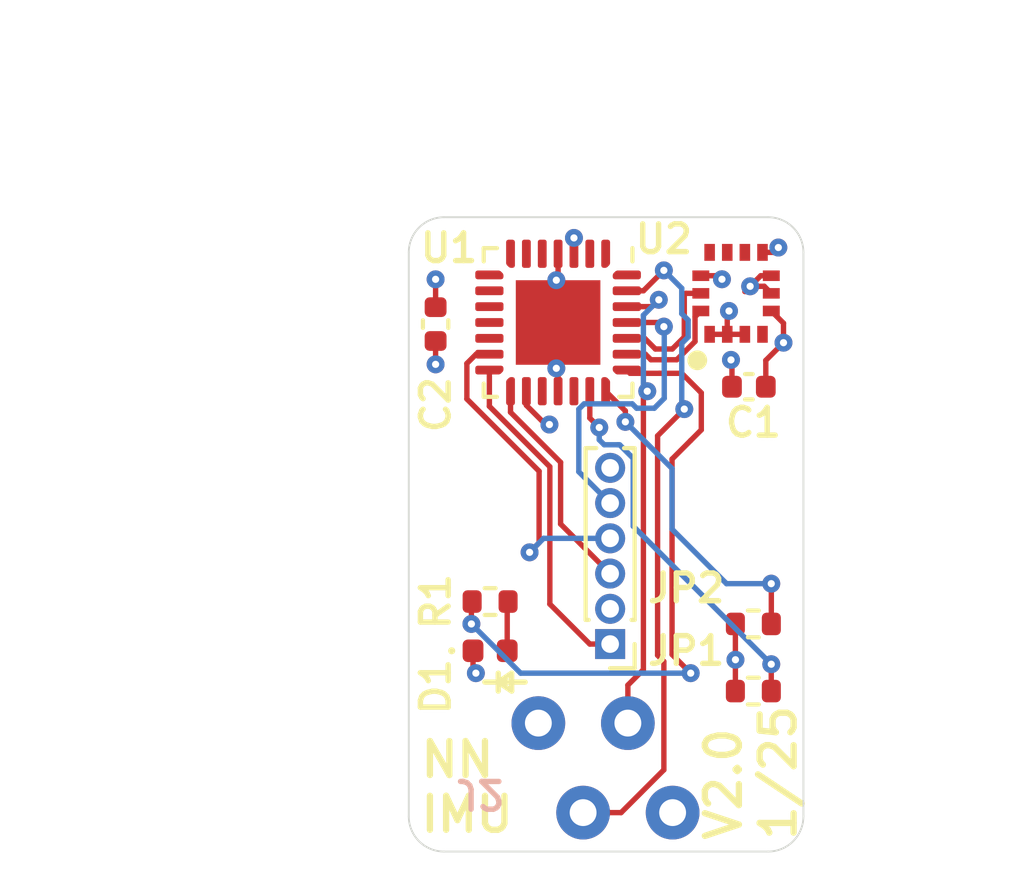
<source format=kicad_pcb>
(kicad_pcb (version 20240108) (generator "pcbnew") (generator_version "8.0")
  (layers (0 "F.Cu" signal) (1 "In1.Cu" signal) (2 "In2.Cu" signal) (31 "B.Cu" signal) (34 "B.Paste" user) (35 "F.Paste" user) (36 "B.SilkS" user "B.Silkscreen") (37 "F.SilkS" user "F.Silkscreen") (38 "B.Mask" user) (39 "F.Mask" user) (44 "Edge.Cuts" user))
  (net 0 "")
  (net 1 "VCC")
  (net 2 "GND")
  (net 3 "/nRESET")
  (net 4 "Net-(D1-A)")
  (net 5 "/TXD")
  (net 6 "/RXD")
  (net 7 "/MISO")
  (net 12 "/SCK")
  (net 13 "/MOSI")
  (net 14 "Net-(JP1-A)")
  (net 15 "Net-(JP2-A)")
  (net 16 "/SCL")
  (net 17 "/SDA")
  (net 18 "Net-(U1-PC3)")
  (footprint "Capacitor_SMD:C_0402_1005Metric" (layer "F.Cu") (at 51.181 60.198 90)
    (property "Reference" "C2" (at -2.286 0 90) (layer "F.SilkS") (effects (font (size 0.7874 0.7874) (thickness 0.1524))))
    (property "Value" "0.1uF" (hide yes))
    (fp_line (start -0.107836 -0.36) (end 0.107836 -0.36) (stroke (width 0.12)) (layer "F.SilkS"))
    (fp_line (start -0.107836 0.36) (end 0.107836 0.36) (stroke (width 0.12)) (layer "F.SilkS"))
    (pad "1" smd roundrect (at -0.48 0 90) (size 0.56 0.62) (layers "F.Cu" "F.Paste" "F.Mask") (net 1 "VCC"))
    (pad "2" smd roundrect (at 0.48 0 90) (size 0.56 0.62) (layers "F.Cu" "F.Paste" "F.Mask") (net 2 "GND"))
  )
  (footprint "my_AVR:QFN-28-1EP_4x4mm_P0.45mm_EP2.4x2.4mm" (layer "F.Cu") (at 54.657 60.153 -90)
    (property "Reference" "U1" (at -2.114 3.095 180) (layer "F.SilkS") (effects (font (size 0.7874 0.7874) (thickness 0.1524))))
    (property "Value" "ATmega168A-MM" (hide yes))
    (fp_line (start -2.11 2.11) (end -2.11 1.735) (stroke (width 0.12)) (layer "F.SilkS"))
    (fp_line (start -1.735 2.11) (end -2.11 2.11) (stroke (width 0.12)) (layer "F.SilkS"))
    (fp_line (start 1.735 2.11) (end 2.11 2.11) (stroke (width 0.12)) (layer "F.SilkS"))
    (fp_line (start 2.11 2.11) (end 2.11 1.735) (stroke (width 0.12)) (layer "F.SilkS"))
    (fp_line (start -1.735 -2.11) (end -2.11 -2.11) (stroke (width 0.12)) (layer "F.SilkS"))
    (fp_line (start 1.735 -2.11) (end 2.11 -2.11) (stroke (width 0.12)) (layer "F.SilkS"))
    (fp_line (start 2.11 -2.11) (end 2.11 -1.735) (stroke (width 0.12)) (layer "F.SilkS"))
    (pad "1" smd custom (at -1.95 -1.35 270) (size 0.179289 0.179289) (layers "F.Cu" "F.Paste" "F.Mask") (options (clearance outline) (anchor circle)) (primitives (gr_poly (pts (xy 0.3375 0.000888) (xy 0.3375 0.0625) (xy -0.3375 0.0625) (xy -0.3375 -0.0625) (xy 0.274112 -0.0625)) (width 0.125) (fill yes))))
    (pad "2" smd roundrect (at -1.95 -0.9 270) (size 0.8 0.25) (layers "F.Cu" "F.Paste" "F.Mask"))
    (pad "3" smd roundrect (at -1.95 -0.45 270) (size 0.8 0.25) (layers "F.Cu" "F.Paste" "F.Mask") (net 1 "VCC"))
    (pad "4" smd roundrect (at -1.95 0 270) (size 0.8 0.25) (layers "F.Cu" "F.Paste" "F.Mask") (net 2 "GND"))
    (pad "5" smd roundrect (at -1.95 0.45 270) (size 0.8 0.25) (layers "F.Cu" "F.Paste" "F.Mask"))
    (pad "6" smd roundrect (at -1.95 0.9 270) (size 0.8 0.25) (layers "F.Cu" "F.Paste" "F.Mask"))
    (pad "7" smd custom (at -1.95 1.35 270) (size 0.179289 0.179289) (layers "F.Cu" "F.Paste" "F.Mask") (options (clearance outline) (anchor circle)) (primitives (gr_poly (pts (xy 0.3375 -0.000888) (xy 0.274112 0.0625) (xy -0.3375 0.0625) (xy -0.3375 -0.0625) (xy 0.3375 -0.0625)) (width 0.125) (fill yes))))
    (pad "8" smd custom (at -1.35 1.95 270) (size 0.179289 0.179289) (layers "F.Cu" "F.Paste" "F.Mask") (options (clearance outline) (anchor circle)) (primitives (gr_poly (pts (xy 0.0625 0.3375) (xy -0.0625 0.3375) (xy -0.0625 -0.274112) (xy 0.000888 -0.3375) (xy 0.0625 -0.3375)) (width 0.125) (fill yes))))
    (pad "9" smd roundrect (at -0.9 1.95 270) (size 0.25 0.8) (layers "F.Cu" "F.Paste" "F.Mask"))
    (pad "10" smd roundrect (at -0.45 1.95 270) (size 0.25 0.8) (layers "F.Cu" "F.Paste" "F.Mask"))
    (pad "11" smd roundrect (at 0 1.95 270) (size 0.25 0.8) (layers "F.Cu" "F.Paste" "F.Mask"))
    (pad "12" smd roundrect (at 0.45 1.95 270) (size 0.25 0.8) (layers "F.Cu" "F.Paste" "F.Mask"))
    (pad "13" smd roundrect (at 0.9 1.95 270) (size 0.25 0.8) (layers "F.Cu" "F.Paste" "F.Mask") (net 13 "/MOSI"))
    (pad "14" smd custom (at 1.35 1.95 270) (size 0.179289 0.179289) (layers "F.Cu" "F.Paste" "F.Mask") (net 7 "/MISO") (options (clearance outline) (anchor circle)) (primitives (gr_poly (pts (xy 0.0625 -0.274112) (xy 0.0625 0.3375) (xy -0.0625 0.3375) (xy -0.0625 -0.3375) (xy -0.000888 -0.3375)) (width 0.125) (fill yes))))
    (pad "15" smd custom (at 1.95 1.35 270) (size 0.179289 0.179289) (layers "F.Cu" "F.Paste" "F.Mask") (net 12 "/SCK") (options (clearance outline) (anchor circle)) (primitives (gr_poly (pts (xy 0.3375 0.0625) (xy -0.274112 0.0625) (xy -0.3375 -0.000888) (xy -0.3375 -0.0625) (xy 0.3375 -0.0625)) (width 0.125) (fill yes))))
    (pad "16" smd roundrect (at 1.95 0.9 270) (size 0.8 0.25) (layers "F.Cu" "F.Paste" "F.Mask") (net 1 "VCC"))
    (pad "17" smd roundrect (at 1.95 0.45 270) (size 0.8 0.25) (layers "F.Cu" "F.Paste" "F.Mask"))
    (pad "18" smd roundrect (at 1.95 0 270) (size 0.8 0.25) (layers "F.Cu" "F.Paste" "F.Mask") (net 2 "GND"))
    (pad "19" smd roundrect (at 1.95 -0.45 270) (size 0.8 0.25) (layers "F.Cu" "F.Paste" "F.Mask"))
    (pad "20" smd roundrect (at 1.95 -0.9 270) (size 0.8 0.25) (layers "F.Cu" "F.Paste" "F.Mask") (net 14 "Net-(JP1-A)"))
    (pad "21" smd custom (at 1.95 -1.35 270) (size 0.179289 0.179289) (layers "F.Cu" "F.Paste" "F.Mask") (net 15 "Net-(JP2-A)") (options (clearance outline) (anchor circle)) (primitives (gr_poly (pts (xy 0.3375 0.0625) (xy -0.3375 0.0625) (xy -0.3375 0.000888) (xy -0.274112 -0.0625) (xy 0.3375 -0.0625)) (width 0.125) (fill yes))))
    (pad "22" smd custom (at 1.35 -1.95 270) (size 0.179289 0.179289) (layers "F.Cu" "F.Paste" "F.Mask") (net 18 "Net-(U1-PC3)") (options (clearance outline) (anchor circle)) (primitives (gr_poly (pts (xy 0.0625 0.274112) (xy -0.000888 0.3375) (xy -0.0625 0.3375) (xy -0.0625 -0.3375) (xy 0.0625 -0.3375)) (width 0.125) (fill yes))))
    (pad "23" smd roundrect (at 0.9 -1.95 270) (size 0.25 0.8) (layers "F.Cu" "F.Paste" "F.Mask") (net 17 "/SDA"))
    (pad "24" smd roundrect (at 0.45 -1.95 270) (size 0.25 0.8) (layers "F.Cu" "F.Paste" "F.Mask") (net 16 "/SCL"))
    (pad "25" smd roundrect (at 0 -1.95 270) (size 0.25 0.8) (layers "F.Cu" "F.Paste" "F.Mask") (net 3 "/nRESET"))
    (pad "26" smd roundrect (at -0.45 -1.95 270) (size 0.25 0.8) (layers "F.Cu" "F.Paste" "F.Mask") (net 6 "/RXD"))
    (pad "27" smd roundrect (at -0.9 -1.95 270) (size 0.25 0.8) (layers "F.Cu" "F.Paste" "F.Mask") (net 5 "/TXD"))
    (pad "28" smd custom (at -1.35 -1.95 270) (size 0.179289 0.179289) (layers "F.Cu" "F.Paste" "F.Mask") (options (clearance outline) (anchor circle)) (primitives (gr_poly (pts (xy 0.0625 0.3375) (xy 0.000888 0.3375) (xy -0.0625 0.274112) (xy -0.0625 -0.3375) (xy 0.0625 -0.3375)) (width 0.125) (fill yes))))
    (pad "29" smd rect (at 0 0 270) (size 2.4 2.4) (layers "F.Cu" "F.Mask") (net 2 "GND"))
  )
  (footprint "LED_SMD:LED_0402_1005Metric" (layer "F.Cu") (at 52.728 69.469)
    (property "Reference" "D1" (at -1.547 1.016 90) (layer "F.SilkS") (effects (font (size 0.7874 0.7874) (thickness 0.1524))))
    (property "Value" "LED" (hide yes))
    (fp_circle (center -1.09 0) (end -1.04 0) (stroke (width 0.1)) (fill none) (layer "F.SilkS"))
    (pad "1" smd roundrect (at -0.485 0) (size 0.59 0.64) (layers "F.Cu" "F.Paste" "F.Mask") (net 2 "GND"))
    (pad "2" smd roundrect (at 0.485 0) (size 0.59 0.64) (layers "F.Cu" "F.Paste" "F.Mask") (net 4 "Net-(D1-A)"))
  )
  (footprint "models:LGA-14L" (layer "F.Cu") (at 59.707 59.326 90)
    (property "Reference" "U2" (at 1.541 -2.049 180) (layer "F.SilkS") (effects (font (size 0.7874 0.7874) (thickness 0.1524))))
    (property "Value" "ISM330DHCX" (hide yes))
    (fp_circle (center -1.9 -1.1) (end -1.619506 -1.1) (fill solid) (layer "F.SilkS"))
    (pad "P1" smd rect (at -1.1625 -0.75 90) (size 0.48 0.3) (layers "F.Cu" "F.Paste" "F.Mask") (net 2 "GND"))
    (pad "P2" smd rect (at -1.1625 -0.25 90) (size 0.48 0.3) (layers "F.Cu" "F.Paste" "F.Mask") (net 2 "GND"))
    (pad "P3" smd rect (at -1.1625 0.25 90) (size 0.48 0.3) (layers "F.Cu" "F.Paste" "F.Mask") (net 2 "GND"))
    (pad "P4" smd rect (at -1.1625 0.75 90) (size 0.48 0.3) (layers "F.Cu" "F.Paste" "F.Mask"))
    (pad "P5" smd rect (at -0.5 1 90) (size 0.3 0.48) (layers "F.Cu" "F.Paste" "F.Mask") (net 1 "VCC"))
    (pad "P6" smd rect (at 0 1 90) (size 0.3 0.48) (layers "F.Cu" "F.Paste" "F.Mask") (net 2 "GND"))
    (pad "P7" smd rect (at 0.5 1 90) (size 0.3 0.48) (layers "F.Cu" "F.Paste" "F.Mask") (net 2 "GND"))
    (pad "P8" smd rect (at 1.1625 0.75 270) (size 0.48 0.3) (layers "F.Cu" "F.Paste" "F.Mask") (net 1 "VCC"))
    (pad "P9" smd rect (at 1.1625 0.25 270) (size 0.48 0.3) (layers "F.Cu" "F.Paste" "F.Mask"))
    (pad "P10" smd rect (at 1.1625 -0.25 270) (size 0.48 0.3) (layers "F.Cu" "F.Paste" "F.Mask"))
    (pad "P11" smd rect (at 1.1625 -0.75 270) (size 0.48 0.3) (layers "F.Cu" "F.Paste" "F.Mask"))
    (pad "P12" smd rect (at 0.5 -1 270) (size 0.3 0.48) (layers "F.Cu" "F.Paste" "F.Mask") (net 1 "VCC"))
    (pad "P13" smd rect (at 0 -1 270) (size 0.3 0.48) (layers "F.Cu" "F.Paste" "F.Mask") (net 16 "/SCL"))
    (pad "P14" smd rect (at -0.5 -1 270) (size 0.3 0.48) (layers "F.Cu" "F.Paste" "F.Mask") (net 17 "/SDA"))
  )
  (footprint "Resistor_SMD:R_0402_1005Metric" (layer "F.Cu") (at 52.728 68.072)
    (property "Reference" "R1" (at -1.547 0 90) (layer "F.SilkS") (effects (font (size 0.7874 0.7874) (thickness 0.1524))))
    (property "Value" "680" (hide yes))
    (fp_line (start -0.153641 -0.38) (end 0.153641 -0.38) (stroke (width 0.12)) (layer "F.SilkS"))
    (fp_line (start -0.153641 0.38) (end 0.153641 0.38) (stroke (width 0.12)) (layer "F.SilkS"))
    (pad "1" smd roundrect (at -0.51 0) (size 0.54 0.64) (layers "F.Cu" "F.Paste" "F.Mask") (net 18 "Net-(U1-PC3)"))
    (pad "2" smd roundrect (at 0.51 0) (size 0.54 0.64) (layers "F.Cu" "F.Paste" "F.Mask") (net 4 "Net-(D1-A)"))
  )
  (footprint "Resistor_SMD:R_0402_1005Metric" (layer "F.Cu") (at 60.198 70.612 180)
    (property "Reference" "JP1" (at 1.905 1.143 180) (layer "F.SilkS") (effects (font (size 0.7874 0.7874) (thickness 0.1524))))
    (property "Value" "-OMIT-" (hide yes))
    (fp_line (start -0.153641 0.38) (end 0.153641 0.38) (stroke (width 0.12)) (layer "F.SilkS"))
    (fp_line (start -0.153641 -0.38) (end 0.153641 -0.38) (stroke (width 0.12)) (layer "F.SilkS"))
    (pad "1" smd roundrect (at -0.51 0 180) (size 0.54 0.64) (layers "F.Cu" "F.Paste" "F.Mask") (net 14 "Net-(JP1-A)"))
    (pad "2" smd roundrect (at 0.51 0 180) (size 0.54 0.64) (layers "F.Cu" "F.Paste" "F.Mask") (net 2 "GND"))
  )
  (footprint "Resistor_SMD:R_0402_1005Metric" (layer "F.Cu") (at 60.198 68.707 180)
    (property "Reference" "JP2" (at 1.905 1.016 180) (layer "F.SilkS") (effects (font (size 0.7874 0.7874) (thickness 0.1524))))
    (property "Value" "-OMIT-" (hide yes))
    (fp_line (start -0.153641 0.38) (end 0.153641 0.38) (stroke (width 0.12)) (layer "F.SilkS"))
    (fp_line (start -0.153641 -0.38) (end 0.153641 -0.38) (stroke (width 0.12)) (layer "F.SilkS"))
    (pad "1" smd roundrect (at -0.51 0 180) (size 0.54 0.64) (layers "F.Cu" "F.Paste" "F.Mask") (net 15 "Net-(JP2-A)"))
    (pad "2" smd roundrect (at 0.51 0 180) (size 0.54 0.64) (layers "F.Cu" "F.Paste" "F.Mask") (net 2 "GND"))
  )
  (footprint "Connector_PinHeader_1.00mm:PinHeader_1x06_P1.00mm_Vertical" (layer "F.Cu") (at 56.134 69.278 180)
    (property "Reference" "J3" (hide yes))
    (property "Value" "-OMIT-" (hide yes))
    (fp_line (start 0.695 0.685) (end 0.695 5.56) (stroke (width 0.12)) (layer "F.SilkS"))
    (fp_line (start 0.608276 0.685) (end 0.695 0.685) (stroke (width 0.12)) (layer "F.SilkS"))
    (fp_line (start 0.394493 5.56) (end 0.695 5.56) (stroke (width 0.12)) (layer "F.SilkS"))
    (fp_line (start -0.695 5.56) (end -0.394493 5.56) (stroke (width 0.12)) (layer "F.SilkS"))
    (fp_line (start -0.695 0.685) (end -0.608276 0.685) (stroke (width 0.12)) (layer "F.SilkS"))
    (fp_line (start -0.695 0.685) (end -0.695 5.56) (stroke (width 0.12)) (layer "F.SilkS"))
    (fp_line (start -0.695 0) (end -0.695 -0.685) (stroke (width 0.12)) (layer "F.SilkS"))
    (fp_line (start -0.695 -0.685) (end 0 -0.685) (stroke (width 0.12)) (layer "F.SilkS"))
    (pad "1" thru_hole rect (at 0 0 180) (size 0.85 0.85) (drill 0.5) (layers "*.Cu" "*.Mask") (net 7 "/MISO"))
    (pad "2" thru_hole oval (at 0 1 180) (size 0.85 0.85) (drill 0.5) (layers "*.Cu" "*.Mask") (net 1 "VCC"))
    (pad "3" thru_hole oval (at 0 2 180) (size 0.85 0.85) (drill 0.5) (layers "*.Cu" "*.Mask") (net 12 "/SCK"))
    (pad "4" thru_hole oval (at 0 3 180) (size 0.85 0.85) (drill 0.5) (layers "*.Cu" "*.Mask") (net 13 "/MOSI"))
    (pad "5" thru_hole oval (at 0 4 180) (size 0.85 0.85) (drill 0.5) (layers "*.Cu" "*.Mask") (net 3 "/nRESET"))
    (pad "6" thru_hole oval (at 0 5 180) (size 0.85 0.85) (drill 0.5) (layers "*.Cu" "*.Mask") (net 2 "GND"))
  )
  (footprint "Capacitor_SMD:C_0402_1005Metric" (layer "F.Cu") (at 60.071 61.976 180)
    (property "Reference" "C1" (at -0.127 -1.016 0) (layer "F.SilkS") (effects (font (size 0.7874 0.7874) (thickness 0.1524))))
    (property "Value" "0.1uF" (hide yes))
    (fp_line (start -0.107836 0.36) (end 0.107836 0.36) (stroke (width 0.12)) (layer "F.SilkS"))
    (fp_line (start -0.107836 -0.36) (end 0.107836 -0.36) (stroke (width 0.12)) (layer "F.SilkS"))
    (pad "1" smd roundrect (at -0.48 0 180) (size 0.56 0.62) (layers "F.Cu" "F.Paste" "F.Mask") (net 1 "VCC"))
    (pad "2" smd roundrect (at 0.48 0 180) (size 0.56 0.62) (layers "F.Cu" "F.Paste" "F.Mask") (net 2 "GND"))
  )
  (footprint "my_RJ:A-2004-3-4-LP" (layer "B.Cu") (at 54.097 71.521)
    (property "Reference" "J2" (at -1.646 2.012 180) (layer "B.SilkS") (effects (font (size 0.7874 0.7874) (thickness 0.1524)) (justify mirror)))
    (property "Value" "A-2004-3-4-LP-N-R")
    (pad "" np_thru_hole circle (at -1.905 -6.35) (size 3.2 3.2) (drill 3.2) (layers "F&B.Cu" "*.Mask"))
    (pad "" np_thru_hole circle (at 5.72 -6.35) (size 3.2 3.2) (drill 3.2) (layers "F&B.Cu" "*.Mask"))
    (pad "1" thru_hole circle (at 0 0) (size 1.524 1.524) (drill 0.762) (layers "*.Cu" "*.Mask") (net 1 "VCC"))
    (pad "2" thru_hole circle (at 1.27 2.54) (size 1.524 1.524) (drill 0.762) (layers "*.Cu" "*.Mask") (net 5 "/TXD"))
    (pad "3" thru_hole circle (at 2.54 0) (size 1.524 1.524) (drill 0.762) (layers "*.Cu" "*.Mask") (net 6 "/RXD"))
    (pad "4" thru_hole circle (at 3.81 2.54) (size 1.524 1.524) (drill 0.762) (layers "*.Cu" "*.Mask") (net 2 "GND"))
  )
  (gr_line (start 53.34 70.104) (end 53.34 70.612) (stroke (width 0.15)) (layer "F.SilkS"))
  (gr_line (start 52.959 70.358) (end 53.34 70.104) (stroke (width 0.15)) (layer "F.SilkS"))
  (gr_line (start 52.959 70.104) (end 52.959 70.612) (stroke (width 0.15)) (layer "F.SilkS"))
  (gr_line (start 53.721 70.358) (end 52.578 70.358) (stroke (width 0.15)) (layer "F.SilkS"))
  (gr_line (start 53.34 70.612) (end 52.959 70.358) (stroke (width 0.15)) (layer "F.SilkS"))
  (gr_arc (start 51.419 75.166) (mid 50.711893 74.873107) (end 50.419 74.166) (stroke (width 0.0508)) (layer "Edge.Cuts"))
  (gr_line (start 61.619 74.166) (end 61.619 58.166) (stroke (width 0.0508)) (layer "Edge.Cuts"))
  (gr_arc (start 50.419 58.166) (mid 50.711893 57.458893) (end 51.419 57.166) (stroke (width 0.0508)) (layer "Edge.Cuts"))
  (gr_arc (start 61.619 74.166) (mid 61.326107 74.873107) (end 60.619 75.166) (stroke (width 0.0508)) (layer "Edge.Cuts"))
  (gr_line (start 60.619 57.166) (end 51.419 57.166) (stroke (width 0.0508)) (layer "Edge.Cuts"))
  (gr_line (start 50.419 58.166) (end 50.419 74.166) (stroke (width 0.0508)) (layer "Edge.Cuts"))
  (gr_line (start 51.419 75.166) (end 60.619 75.166) (stroke (width 0.0508)) (layer "Edge.Cuts"))
  (gr_arc (start 60.619 57.166) (mid 61.326107 57.458893) (end 61.619 58.166) (stroke (width 0.0508)) (layer "Edge.Cuts"))
  (gr_text "V2.0\n1/25" (at 61.468 74.93 90) (layer "F.SilkS") (effects (font (size 0.9652 0.9652) (thickness 0.1778) (bold yes)) (justify left bottom)))
  (gr_text "NN\nIMU" (at 50.673 74.676 0) (layer "F.SilkS") (effects (font (size 0.9652 0.9652) (thickness 0.1778) (bold yes)) (justify left bottom)))
  (segment (start 60.7695 58.1635) (end 60.907 58.026) (width 0.1524) (layer "F.Cu") (net 1))
  (segment (start 53.757 62.502999) (end 54.302477 63.048476) (width 0.1524) (layer "F.Cu") (net 1))
  (segment (start 54.302477 63.048476) (end 54.4108 63.048476) (width 0.1524) (layer "F.Cu") (net 1))
  (segment (start 60.457 58.1635) (end 60.7695 58.1635) (width 0.1524) (layer "F.Cu") (net 1))
  (segment (start 60.551 61.228) (end 61.053 60.726) (width 0.1524) (layer "F.Cu") (net 1))
  (segment (start 55.107 58.503) (end 55.107 57.753) (width 0.1524) (layer "F.Cu") (net 1))
  (segment (start 61.053 60.172) (end 61.053 60.726) (width 0.1524) (layer "F.Cu") (net 1))
  (segment (start 53.757 62.103) (end 53.757 62.502999) (width 0.1524) (layer "F.Cu") (net 1))
  (segment (start 59.207 58.826) (end 59.307 58.926) (width 0.1524) (layer "F.Cu") (net 1))
  (segment (start 60.707 59.826) (end 61.053 60.172) (width 0.1524) (layer "F.Cu") (net 1))
  (segment (start 60.551 61.976) (end 60.551 61.228) (width 0.1524) (layer "F.Cu") (net 1))
  (segment (start 58.707 58.826) (end 59.207 58.826) (width 0.1524) (layer "F.Cu") (net 1))
  (segment (start 51.181 60.678) (end 51.181 61.341) (width 0.1524) (layer "F.Cu") (net 1))
  (via (at 54.4108 63.048476) (size 0.508) (drill 0.2032) (layers "F.Cu" "B.Cu") (net 1))
  (via (at 55.107 57.753) (size 0.508) (drill 0.2032) (layers "F.Cu" "B.Cu") (net 1))
  (via (at 51.181 61.341) (size 0.508) (drill 0.2032) (layers "F.Cu" "B.Cu") (net 1))
  (via (at 61.053 60.726) (size 0.508) (drill 0.2032) (layers "F.Cu" "B.Cu") (net 1))
  (via (at 60.907 58.026) (size 0.508) (drill 0.2032) (layers "F.Cu" "B.Cu") (net 1))
  (via (at 59.307 58.926) (size 0.508) (drill 0.2032) (layers "F.Cu" "B.Cu") (net 1))
  (segment (start 59.457 60.4885) (end 59.457 59.876) (width 0.1524) (layer "F.Cu") (net 2))
  (segment (start 59.688 70.612) (end 59.688 69.725) (width 0.1524) (layer "F.Cu") (net 2))
  (segment (start 60.107 59.126) (end 60.507 59.126) (width 0.1524) (layer "F.Cu") (net 2))
  (segment (start 60.407 58.826) (end 60.107 59.126) (width 0.1524) (layer "F.Cu") (net 2))
  (segment (start 59.591 61.976) (end 59.591 61.242) (width 0.1524) (layer "F.Cu") (net 2))
  (segment (start 54.657 62.403) (end 54.657 60.453) (width 0.1524) (layer "F.Cu") (net 2))
  (segment (start 60.507 59.126) (end 60.707 59.326) (width 0.1524) (layer "F.Cu") (net 2))
  (segment (start 52.243 69.469) (end 52.243 70.023) (width 0.1524) (layer "F.Cu") (net 2))
  (segment (start 51.181 59.718) (end 51.181 58.928) (width 0.1524) (layer "F.Cu") (net 2))
  (segment (start 60.707 58.826) (end 60.407 58.826) (width 0.1524) (layer "F.Cu") (net 2))
  (segment (start 59.457 59.876) (end 59.507 59.826) (width 0.1524) (layer "F.Cu") (net 2))
  (segment (start 54.657 58.503) (end 54.657 59.103) (width 0.1524) (layer "F.Cu") (net 2))
  (segment (start 54.657 59.103) (end 54.607 59.153) (width 0.1524) (layer "F.Cu") (net 2))
  (segment (start 59.591 61.242) (end 59.563 61.214) (width 0.1524) (layer "F.Cu") (net 2))
  (segment (start 59.688 69.721) (end 59.69 69.723) (width 0.1524) (layer "F.Cu") (net 2))
  (segment (start 52.243 70.023) (end 52.324 70.104) (width 0.1524) (layer "F.Cu") (net 2))
  (segment (start 54.657 59.203) (end 54.657 60.453) (width 0.1524) (layer "F.Cu") (net 2))
  (segment (start 59.688 68.707) (end 59.688 69.721) (width 0.1524) (layer "F.Cu") (net 2))
  (segment (start 59.957 59.276) (end 60.107 59.126) (width 0.1524) (layer "F.Cu") (net 2))
  (segment (start 59.688 69.725) (end 59.69 69.723) (width 0.1524) (layer "F.Cu") (net 2))
  (segment (start 54.607 59.153) (end 54.657 59.203) (width 0.1524) (layer "F.Cu") (net 2))
  (segment (start 59.457 60.4885) (end 58.957 60.4885) (width 0.1524) (layer "F.Cu") (net 2))
  (segment (start 59.457 60.4885) (end 59.957 60.4885) (width 0.1524) (layer "F.Cu") (net 2))
  (via (at 51.181 58.928) (size 0.508) (drill 0.2032) (layers "F.Cu" "B.Cu") (net 2))
  (via (at 60.107 59.126) (size 0.508) (drill 0.2032) (layers "F.Cu" "B.Cu") (net 2))
  (via (at 59.563 61.214) (size 0.508) (drill 0.2032) (layers "F.Cu" "B.Cu") (net 2))
  (via (at 59.69 69.723) (size 0.508) (drill 0.2032) (layers "F.Cu" "B.Cu") (net 2))
  (via (at 54.607 58.953) (size 0.508) (drill 0.2032) (layers "F.Cu" "B.Cu") (net 2))
  (via (at 52.324 70.104) (size 0.508) (drill 0.2032) (layers "F.Cu" "B.Cu") (net 2))
  (via (at 54.607 61.453) (size 0.508) (drill 0.2032) (layers "F.Cu" "B.Cu") (net 2))
  (via (at 59.507 59.826) (size 0.508) (drill 0.2032) (layers "F.Cu" "B.Cu") (net 2))
  (segment (start 57.5407 60.153) (end 57.658 60.2703) (width 0.1524) (layer "F.Cu") (net 3))
  (segment (start 56.607 60.153) (end 57.5407 60.153) (width 0.1524) (layer "F.Cu") (net 3))
  (via (at 57.658 60.2703) (size 0.508) (drill 0.2032) (layers "F.Cu" "B.Cu") (net 3))
  (segment (start 55.245 64.389) (end 56.134 65.278) (width 0.1524) (layer "B.Cu") (net 3))
  (segment (start 57.658 60.2703) (end 57.6698 60.2821) (width 0.1524) (layer "B.Cu") (net 3))
  (segment (start 57.3871 62.5856) (end 56.886222 62.5856) (width 0.1524) (layer "B.Cu") (net 3))
  (segment (start 55.394458 62.461542) (end 55.245 62.611) (width 0.1524) (layer "B.Cu") (net 3))
  (segment (start 57.6698 62.3029) (end 57.3871 62.5856) (width 0.1524) (layer "B.Cu") (net 3))
  (segment (start 56.762164 62.461542) (end 55.394458 62.461542) (width 0.1524) (layer "B.Cu") (net 3))
  (segment (start 55.245 62.611) (end 55.245 64.389) (width 0.1524) (layer "B.Cu") (net 3))
  (segment (start 57.6698 60.2821) (end 57.6698 62.3029) (width 0.1524) (layer "B.Cu") (net 3))
  (segment (start 56.886222 62.5856) (end 56.762164 62.461542) (width 0.1524) (layer "B.Cu") (net 3))
  (segment (start 53.213 68.097) (end 53.238 68.072) (width 0.1524) (layer "F.Cu") (net 4))
  (segment (start 53.213 69.469) (end 53.213 68.097) (width 0.1524) (layer "F.Cu") (net 4))
  (segment (start 57.4802 63.369) (end 58.2382 62.611) (width 0.1524) (layer "F.Cu") (net 5))
  (segment (start 57.658748 69.7738) (end 57.4802 69.595252) (width 0.1524) (layer "F.Cu") (net 5))
  (segment (start 57.079 59.253) (end 57.658 58.674) (width 0.1524) (layer "F.Cu") (net 5))
  (segment (start 55.367 74.061) (end 56.44463 74.061) (width 0.1524) (layer "F.Cu") (net 5))
  (segment (start 57.658748 72.846882) (end 57.658748 69.7738) (width 0.1524) (layer "F.Cu") (net 5))
  (segment (start 56.607 59.253) (end 57.079 59.253) (width 0.1524) (layer "F.Cu") (net 5))
  (segment (start 57.4802 69.595252) (end 57.4802 63.369) (width 0.1524) (layer "F.Cu") (net 5))
  (segment (start 56.44463 74.061) (end 57.658748 72.846882) (width 0.1524) (layer "F.Cu") (net 5))
  (via (at 57.658 58.674) (size 0.508) (drill 0.2032) (layers "F.Cu" "B.Cu") (net 5))
  (via (at 58.2382 62.611) (size 0.508) (drill 0.2032) (layers "F.Cu" "B.Cu") (net 5))
  (segment (start 57.658 58.674) (end 58.166 59.182) (width 0.1524) (layer "B.Cu") (net 5))
  (segment (start 58.3476 60.084673) (end 58.3476 60.565327) (width 0.1524) (layer "B.Cu") (net 5))
  (segment (start 58.166 59.182) (end 58.166 59.903073) (width 0.1524) (layer "B.Cu") (net 5))
  (segment (start 58.166 60.746927) (end 58.166 62.5388) (width 0.1524) (layer "B.Cu") (net 5))
  (segment (start 58.3476 60.565327) (end 58.166 60.746927) (width 0.1524) (layer "B.Cu") (net 5))
  (segment (start 58.166 59.903073) (end 58.3476 60.084673) (width 0.1524) (layer "B.Cu") (net 5))
  (segment (start 58.166 62.5388) (end 58.2382 62.611) (width 0.1524) (layer "B.Cu") (net 5))
  (segment (start 57.0778 62.2124) (end 57.1872 62.103) (width 0.1524) (layer "F.Cu") (net 6))
  (segment (start 57.0778 70.00257) (end 57.0778 62.2124) (width 0.1524) (layer "F.Cu") (net 6))
  (segment (start 56.637 70.44337) (end 57.0778 70.00257) (width 0.1524) (layer "F.Cu") (net 6))
  (segment (start 57.320459 59.703) (end 57.51468 59.508779) (width 0.1524) (layer "F.Cu") (net 6))
  (segment (start 56.637 71.521) (end 56.637 70.44337) (width 0.1524) (layer "F.Cu") (net 6))
  (segment (start 56.607 59.703) (end 57.320459 59.703) (width 0.1524) (layer "F.Cu") (net 6))
  (via (at 57.51468 59.508779) (size 0.508) (drill 0.2032) (layers "F.Cu" "B.Cu") (net 6))
  (via (at 57.1872 62.103) (size 0.508) (drill 0.2032) (layers "F.Cu" "B.Cu") (net 6))
  (segment (start 57.0778 61.9936) (end 57.1872 62.103) (width 0.1524) (layer "B.Cu") (net 6))
  (segment (start 57.0778 59.945659) (end 57.0778 61.9936) (width 0.1524) (layer "B.Cu") (net 6))
  (segment (start 57.51468 59.508779) (end 57.0778 59.945659) (width 0.1524) (layer "B.Cu") (net 6))
  (segment (start 54.423 68.1444) (end 55.5566 69.278) (width 0.1524) (layer "F.Cu") (net 7))
  (segment (start 52.707 61.503) (end 52.707 62.53089) (width 0.1524) (layer "F.Cu") (net 7))
  (segment (start 54.423 64.24689) (end 54.423 68.1444) (width 0.1524) (layer "F.Cu") (net 7))
  (segment (start 52.707 62.53089) (end 54.423 64.24689) (width 0.1524) (layer "F.Cu") (net 7))
  (segment (start 55.5566 69.278) (end 56.134 69.278) (width 0.1524) (layer "F.Cu") (net 7))
  (segment (start 53.307 62.699838) (end 54.7278 64.120638) (width 0.1524) (layer "F.Cu") (net 12))
  (segment (start 53.307 62.103) (end 53.307 62.699838) (width 0.1524) (layer "F.Cu") (net 12))
  (segment (start 54.7278 65.8718) (end 56.134 67.278) (width 0.1524) (layer "F.Cu") (net 12))
  (segment (start 54.7278 64.120638) (end 54.7278 65.8718) (width 0.1524) (layer "F.Cu") (net 12))
  (segment (start 52.0684 61.316318) (end 52.0684 62.323342) (width 0.1524) (layer "F.Cu") (net 13))
  (segment (start 52.331718 61.053) (end 52.0684 61.316318) (width 0.1524) (layer "F.Cu") (net 13))
  (segment (start 52.707 61.053) (end 52.331718 61.053) (width 0.1524) (layer "F.Cu") (net 13))
  (segment (start 54.1182 64.373142) (end 54.1182 66.4048) (width 0.1524) (layer "F.Cu") (net 13))
  (segment (start 54.1182 66.4048) (end 53.848 66.675) (width 0.1524) (layer "F.Cu") (net 13))
  (segment (start 52.0684 62.323342) (end 54.1182 64.373142) (width 0.1524) (layer "F.Cu") (net 13))
  (via (at 53.848 66.675) (size 0.508) (drill 0.2032) (layers "F.Cu" "B.Cu") (net 13))
  (segment (start 54.245 66.278) (end 56.134 66.278) (width 0.1524) (layer "B.Cu") (net 13))
  (segment (start 53.848 66.675) (end 54.245 66.278) (width 0.1524) (layer "B.Cu") (net 13))
  (segment (start 60.706 69.85) (end 60.706 70.61) (width 0.1524) (layer "F.Cu") (net 14))
  (segment (start 60.706 70.61) (end 60.708 70.612) (width 0.1524) (layer "F.Cu") (net 14))
  (segment (start 55.557 62.864833) (end 55.8252 63.133033) (width 0.1524) (layer "F.Cu") (net 14))
  (segment (start 55.557 62.103) (end 55.557 62.864833) (width 0.1524) (layer "F.Cu") (net 14))
  (via (at 60.706 69.85) (size 0.508) (drill 0.2032) (layers "F.Cu" "B.Cu") (net 14))
  (via (at 55.8252 63.133033) (size 0.508) (drill 0.2032) (layers "F.Cu" "B.Cu") (net 14))
  (segment (start 55.96601 63.621942) (end 55.8252 63.481132) (width 0.1524) (layer "B.Cu") (net 14))
  (segment (start 56.7876 65.9316) (end 56.7876 64.00727) (width 0.1524) (layer "B.Cu") (net 14))
  (segment (start 56.355485 63.621942) (end 55.96601 63.621942) (width 0.1524) (layer "B.Cu") (net 14))
  (segment (start 60.706 69.85) (end 56.7876 65.9316) (width 0.1524) (layer "B.Cu") (net 14))
  (segment (start 56.40473 63.6244) (end 56.357943 63.6244) (width 0.1524) (layer "B.Cu") (net 14))
  (segment (start 56.357943 63.6244) (end 56.355485 63.621942) (width 0.1524) (layer "B.Cu") (net 14))
  (segment (start 56.7876 64.00727) (end 56.40473 63.6244) (width 0.1524) (layer "B.Cu") (net 14))
  (segment (start 55.8252 63.481132) (end 55.8252 63.133033) (width 0.1524) (layer "B.Cu") (net 14))
  (segment (start 56.566036 62.662036) (end 56.566036 62.972631) (width 0.1524) (layer "F.Cu") (net 15))
  (segment (start 56.007 62.103) (end 56.566036 62.662036) (width 0.1524) (layer "F.Cu") (net 15))
  (segment (start 60.708 68.707) (end 60.708 67.566) (width 0.1524) (layer "F.Cu") (net 15))
  (segment (start 60.708 67.566) (end 60.706 67.564) (width 0.1524) (layer "F.Cu") (net 15))
  (via (at 56.566036 62.972631) (size 0.508) (drill 0.2032) (layers "F.Cu" "B.Cu") (net 15))
  (via (at 60.706 67.564) (size 0.508) (drill 0.2032) (layers "F.Cu" "B.Cu") (net 15))
  (segment (start 57.8908 64.297395) (end 56.566036 62.972631) (width 0.1524) (layer "B.Cu") (net 15))
  (segment (start 60.706 67.564) (end 59.436 67.564) (width 0.1524) (layer "B.Cu") (net 15))
  (segment (start 59.436 67.564) (end 57.8908 66.0188) (width 0.1524) (layer "B.Cu") (net 15))
  (segment (start 57.8908 66.0188) (end 57.8908 64.297395) (width 0.1524) (layer "B.Cu") (net 15))
  (segment (start 57.898327 60.9052) (end 58.2382 60.565327) (width 0.1524) (layer "F.Cu") (net 16))
  (segment (start 57.417673 60.9052) (end 57.898327 60.9052) (width 0.1524) (layer "F.Cu") (net 16))
  (segment (start 58.2382 59.371799) (end 58.283999 59.326) (width 0.1524) (layer "F.Cu") (net 16))
  (segment (start 58.2382 60.565327) (end 58.2382 59.371799) (width 0.1524) (layer "F.Cu") (net 16))
  (segment (start 56.607 60.603) (end 57.115473 60.603) (width 0.1524) (layer "F.Cu") (net 16))
  (segment (start 57.115473 60.603) (end 57.417673 60.9052) (width 0.1524) (layer "F.Cu") (net 16))
  (segment (start 58.283999 59.326) (end 58.707 59.326) (width 0.1524) (layer "F.Cu") (net 16))
  (segment (start 58.543 60.691579) (end 58.543 59.99) (width 0.1524) (layer "F.Cu") (net 17))
  (segment (start 58.024579 61.21) (end 58.543 60.691579) (width 0.1524) (layer "F.Cu") (net 17))
  (segment (start 57.291421 61.21) (end 58.024579 61.21) (width 0.1524) (layer "F.Cu") (net 17))
  (segment (start 57.134421 61.053) (end 57.291421 61.21) (width 0.1524) (layer "F.Cu") (net 17))
  (segment (start 58.543 59.99) (end 58.707 59.826) (width 0.1524) (layer "F.Cu") (net 17))
  (segment (start 56.607 61.053) (end 57.134421 61.053) (width 0.1524) (layer "F.Cu") (net 17))
  (segment (start 58.42 63.5) (end 57.8908 64.0292) (width 0.1524) (layer "F.Cu") (net 18))
  (segment (start 57.8908 64.0292) (end 57.8908 69.5748) (width 0.1524) (layer "F.Cu") (net 18))
  (segment (start 52.197 68.707) (end 52.197 68.093) (width 0.1524) (layer "F.Cu") (net 18))
  (segment (start 57.8908 69.5748) (end 58.42 70.104) (width 0.1524) (layer "F.Cu") (net 18))
  (segment (start 56.607 61.503) (end 56.699 61.595) (width 0.1524) (layer "F.Cu") (net 18))
  (segment (start 58.166 61.595) (end 58.674 62.103) (width 0.1524) (layer "F.Cu") (net 18))
  (segment (start 56.699 61.595) (end 57.531 61.595) (width 0.1524) (layer "F.Cu") (net 18))
  (segment (start 57.531 61.595) (end 58.166 61.595) (width 0.1524) (layer "F.Cu") (net 18))
  (segment (start 58.7208 63.1992) (end 58.42 63.5) (width 0.1524) (layer "F.Cu") (net 18))
  (segment (start 58.7208 62.1498) (end 58.7208 63.1992) (width 0.1524) (layer "F.Cu") (net 18))
  (segment (start 58.674 62.103) (end 58.7208 62.1498) (width 0.1524) (layer "F.Cu") (net 18))
  (segment (start 52.197 68.093) (end 52.218 68.072) (width 0.1524) (layer "F.Cu") (net 18))
  (via (at 52.197 68.707) (size 0.508) (drill 0.2032) (layers "F.Cu" "B.Cu") (net 18))
  (via (at 58.42 70.104) (size 0.508) (drill 0.2032) (layers "F.Cu" "B.Cu") (net 18))
  (segment (start 53.594 70.104) (end 52.197 68.707) (width 0.1524) (layer "B.Cu") (net 18))
  (segment (start 58.42 70.104) (end 53.594 70.104) (width 0.1524) (layer "B.Cu") (net 18))
)
</source>
